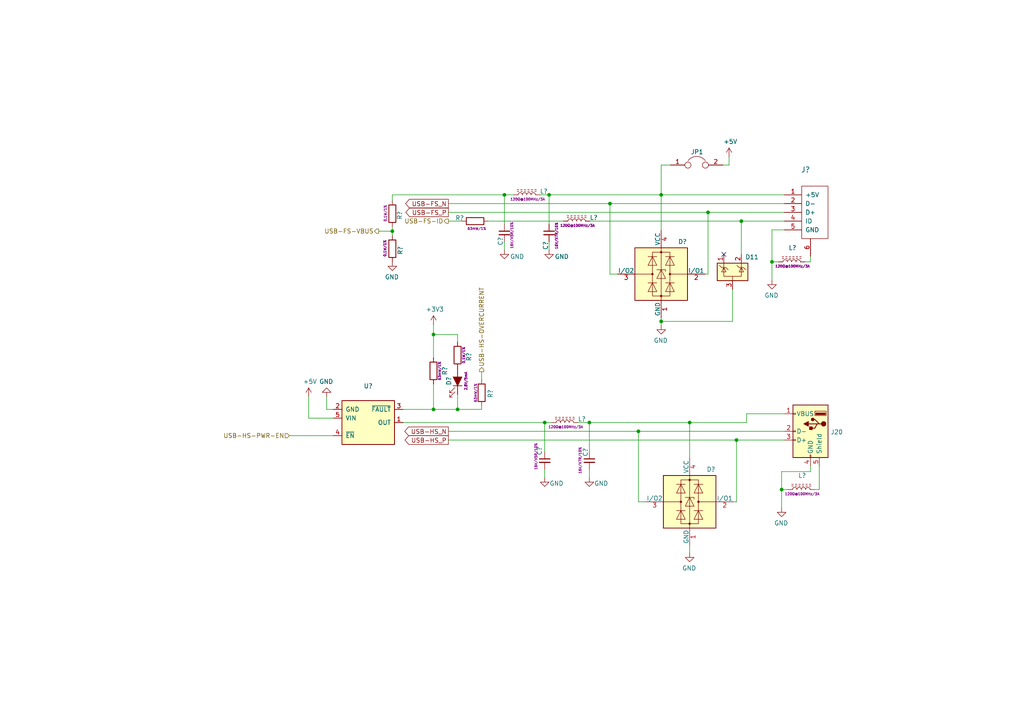
<source format=kicad_sch>
(kicad_sch (version 20211123) (generator eeschema)
  (paper "A4")
  (title_block (title "Buddy") (date "2019-10-24") (rev "v1.0.0") (company "PRUSA Research s.r.o.") (comment 1 "http://creativecommons.org/licenses/by-sa/4.0/") (comment 2 "Licensed under the Attribution-ShareAlike 4.0 International (CC BY-SA 4.0)"))
  (lib_symbols
    (symbol "BUDDY_v1.0.0-rescue:+3.3V-power" (power) (pin_names (offset 0))
      (property "Value" "+3.3V-power" (at 0 3.556 0))
      (symbol "+3.3V-power_0_1"
        (polyline (pts (xy -0.762 1.27) (xy 0 2.54)))
        (polyline (pts (xy 0 0) (xy 0 2.54)))
        (polyline (pts (xy 0 2.54) (xy 0.762 1.27)))
      )
      (symbol "+3.3V-power_1_1"
        (pin power_in line (at 0 0 90) (length 0) hide (name "+3V3") (number "1"))
      )
    )
    (symbol "BUDDY_v1.0.0-rescue:Jumper-Device" (pin_names (offset 0.762) hide)
      (property "Reference" "JP" (at 0 3.81 0))
      (property "Value" "Jumper-Device" (at 0 -2.032 0))
      (symbol "Jumper-Device_0_1"
        (circle (center -2.54 0) (radius 0.889))
        (arc (start 2.5146 1.27) (mid 0.0078 2.5097) (end -2.4892 1.27))
        (circle (center 2.54 0) (radius 0.889))
        (pin passive line (at -7.62 0 0) (length 4.191) (name "1") (number "1"))
        (pin passive line (at 7.62 0 180) (length 4.191) (name "2") (number "2"))
      )
    )
    (symbol "BUDDY_v1.0.0-rescue:LED_ALT-Device" (pin_numbers hide) (pin_names (offset 1.016) hide)
      (property "Reference" "D" (at 0 2.54 0))
      (property "Value" "LED_ALT-Device" (at 0 -2.54 0))
      (symbol "LED_ALT-Device_0_1"
        (polyline (pts (xy -1.27 -1.27) (xy -1.27 1.27)) (stroke (width 0.2032)))
        (polyline (pts (xy -1.27 0) (xy 1.27 0)))
        (polyline (pts (xy 1.27 -1.27) (xy 1.27 1.27) (xy -1.27 0) (xy 1.27 -1.27)) (stroke (width 0.2032)) (fill (type outline)))
        (polyline (pts (xy -3.048 -0.762) (xy -4.572 -2.286) (xy -3.81 -2.286) (xy -4.572 -2.286) (xy -4.572 -1.524)))
        (polyline (pts (xy -1.778 -0.762) (xy -3.302 -2.286) (xy -2.54 -2.286) (xy -3.302 -2.286) (xy -3.302 -1.524)))
      )
      (symbol "LED_ALT-Device_1_1"
        (pin passive line (at -3.81 0 0) (length 2.54) (name "K") (number "1"))
        (pin passive line (at 3.81 0 180) (length 2.54) (name "A") (number "2"))
      )
    )
    (symbol "BUDDY_v1.0.0-rescue:L_Core_Ferrite-Device" (pin_numbers hide) (pin_names (offset 1.016) hide)
      (property "Reference" "L" (at -1.27 0 90))
      (property "Value" "L_Core_Ferrite-Device" (at 2.794 0 90))
      (symbol "L_Core_Ferrite-Device_0_1"
        (arc (start 0 -2.54) (mid 0.635 -1.905) (end 0 -1.27))
        (arc (start 0 -1.27) (mid 0.635 -0.635) (end 0 0))
        (polyline (pts (xy 1.016 -2.794) (xy 1.016 -2.286)))
        (polyline (pts (xy 1.016 -1.778) (xy 1.016 -1.27)))
        (polyline (pts (xy 1.016 -0.762) (xy 1.016 -0.254)))
        (polyline (pts (xy 1.016 0.254) (xy 1.016 0.762)))
        (polyline (pts (xy 1.016 1.27) (xy 1.016 1.778)))
        (polyline (pts (xy 1.016 2.286) (xy 1.016 2.794)))
        (polyline (pts (xy 1.524 -2.286) (xy 1.524 -2.794)))
        (polyline (pts (xy 1.524 -1.27) (xy 1.524 -1.778)))
        (polyline (pts (xy 1.524 -0.254) (xy 1.524 -0.762)))
        (polyline (pts (xy 1.524 0.762) (xy 1.524 0.254)))
        (polyline (pts (xy 1.524 1.778) (xy 1.524 1.27)))
        (polyline (pts (xy 1.524 2.794) (xy 1.524 2.286)))
        (arc (start 0 0) (mid 0.635 0.635) (end 0 1.27))
        (arc (start 0 1.27) (mid 0.635 1.905) (end 0 2.54))
      )
      (symbol "L_Core_Ferrite-Device_1_1"
        (pin passive line (at 0 3.81 270) (length 1.27) (name "1") (number "1"))
        (pin passive line (at 0 -3.81 90) (length 1.27) (name "2") (number "2"))
      )
    )
    (symbol "BUDDY_v1.0.0-rescue:PRTR5V0U2X-Power_Protection" (pin_names (offset 0))
      (property "Reference" "D" (at 2.794 8.636 0))
      (property "Value" "PRTR5V0U2X-Power_Protection" (at 8.128 -9.398 0))
      (symbol "PRTR5V0U2X-Power_Protection_0_1"
        (rectangle (start -7.62 -7.62) (end 7.62 7.62) (stroke (width 0.254)) (fill (type background)))
        (circle (center -2.54 0) (radius 0.254) (fill (type outline)))
        (circle (center 0 -6.35) (radius 0.254) (fill (type outline)))
        (polyline (pts (xy -2.54 -2.54) (xy -2.54 5.08)))
        (polyline (pts (xy -2.54 0) (xy -7.62 0)))
        (polyline (pts (xy -1.27 -2.54) (xy -3.81 -2.54)))
        (polyline (pts (xy -1.27 5.08) (xy -3.81 5.08)))
        (polyline (pts (xy 0 -7.62) (xy 0 -6.35)))
        (polyline (pts (xy 0 -6.35) (xy 0 1.27)))
        (polyline (pts (xy 0 1.27) (xy 0 6.35)))
        (polyline (pts (xy 0 6.35) (xy 0 7.62)))
        (polyline (pts (xy 1.27 -2.54) (xy 3.81 -2.54)))
        (polyline (pts (xy 1.27 5.08) (xy 3.81 5.08)))
        (polyline (pts (xy 2.54 -2.54) (xy 2.54 5.08)))
        (polyline (pts (xy 2.54 0) (xy 7.62 0)))
        (polyline (pts (xy 0 -6.35) (xy -2.54 -6.35) (xy -2.54 -2.54)))
        (polyline (pts (xy 1.27 1.27) (xy -1.27 1.27) (xy -1.27 0.762)))
        (polyline (pts (xy 2.54 -2.54) (xy 2.54 -6.35) (xy 0 -6.35)))
        (polyline (pts (xy -3.81 -5.08) (xy -1.27 -5.08) (xy -2.54 -2.54) (xy -3.81 -5.08)))
        (polyline (pts (xy -3.81 2.54) (xy -1.27 2.54) (xy -2.54 5.08) (xy -3.81 2.54)))
        (polyline (pts (xy -2.54 5.08) (xy -2.54 6.35) (xy 2.54 6.35) (xy 2.54 5.08)))
        (polyline (pts (xy -1.27 -1.27) (xy 1.27 -1.27) (xy 0 1.27) (xy -1.27 -1.27)))
        (polyline (pts (xy 3.81 -5.08) (xy 1.27 -5.08) (xy 2.54 -2.54) (xy 3.81 -5.08)))
        (polyline (pts (xy 3.81 2.54) (xy 1.27 2.54) (xy 2.54 5.08) (xy 3.81 2.54)))
        (circle (center 0 6.35) (radius 0.254) (fill (type outline)))
        (circle (center 2.54 0) (radius 0.254) (fill (type outline)))
      )
      (symbol "PRTR5V0U2X-Power_Protection_1_1"
        (pin power_in line (at 0 -12.7 90) (length 5.08) (name "GND") (number "1"))
        (pin passive line (at -12.7 0 0) (length 5.08) (name "I/O1") (number "2"))
        (pin passive line (at 12.7 0 180) (length 5.08) (name "I/O2") (number "3"))
        (pin power_in line (at 0 12.7 270) (length 5.08) (name "VCC") (number "4"))
      )
    )
    (symbol "BUDDY_v1.0.0-rescue:SP0502BAHT-Power_Protection" (pin_names (offset 1.016) hide)
      (property "Reference" "D" (at 5.715 2.54 0))
      (property "Value" "SP0502BAHT-Power_Protection" (at 5.715 0.635 0))
      (symbol "SP0502BAHT-Power_Protection_0_0"
        (pin input line (at 0 -5.08 90) (length 2.54) (name "A") (number "3"))
      )
      (symbol "SP0502BAHT-Power_Protection_0_1"
        (rectangle (start -4.445 2.54) (end 4.445 -2.54) (stroke (width 0.254)) (fill (type background)))
        (polyline (pts (xy -2.54 2.54) (xy -2.54 1.27)))
        (polyline (pts (xy 0 -1.27) (xy 0 -2.54)))
        (polyline (pts (xy 2.54 2.54) (xy 2.54 1.27)))
        (polyline (pts (xy -3.81 1.905) (xy -3.175 1.27) (xy -1.905 1.27) (xy -1.27 0.635)))
        (polyline (pts (xy -2.54 1.27) (xy -2.54 -1.27) (xy 2.54 -1.27) (xy 2.54 1.27)))
        (polyline (pts (xy -2.54 1.27) (xy -1.905 0) (xy -3.175 0) (xy -2.54 1.27)))
        (polyline (pts (xy 1.27 1.905) (xy 1.905 1.27) (xy 3.175 1.27) (xy 3.81 0.635)))
        (polyline (pts (xy 2.54 1.27) (xy 1.905 0) (xy 3.175 0) (xy 2.54 1.27)))
      )
      (symbol "SP0502BAHT-Power_Protection_1_1"
        (pin input line (at -2.54 5.08 270) (length 2.54) (name "K") (number "1"))
        (pin input line (at 2.54 5.08 270) (length 2.54) (name "K") (number "2"))
      )
    )
    (symbol "BUDDY_v1.0.0-rescue:STMPS2141STR-Power_Management" (pin_names (offset 1.016))
      (property "Reference" "U" (at -7.62 11.43 0))
      (property "Value" "STMPS2141STR-Power_Management" (at 7.62 8.89 0))
      (symbol "STMPS2141STR-Power_Management_0_1"
        (rectangle (start -7.62 7.62) (end 7.62 -5.08) (stroke (width 0.254)) (fill (type background)))
      )
      (symbol "STMPS2141STR-Power_Management_1_1"
        (pin power_out line (at 10.16 1.27 180) (length 2.54) (name "OUT") (number "1"))
        (pin power_in line (at -10.16 5.08 0) (length 2.54) (name "GND") (number "2"))
        (pin power_out line (at 10.16 5.08 180) (length 2.54) (name "~{FAULT}") (number "3"))
        (pin input line (at -10.16 -2.54 0) (length 2.54) (name "~{EN}") (number "4"))
        (pin power_in line (at -10.16 2.54 0) (length 2.54) (name "VIN") (number "5"))
      )
    )
    (symbol "BUDDY_v1.0.0-rescue:USB-micro-Connector" (pin_names (offset 1.016))
      (property "Reference" "J" (at 1.27 -8.89 0))
      (property "Value" "USB-micro-Connector" (at -1.27 8.89 0))
      (symbol "USB-micro-Connector_0_1"
        (rectangle (start 0 7.62) (end -7.62 -7.62))
      )
      (symbol "USB-micro-Connector_1_1"
        (pin input line (at 5.08 5.08 180) (length 5.08) (name "+5V") (number "1"))
        (pin input line (at 5.08 2.54 180) (length 5.08) (name "D-") (number "2"))
        (pin input line (at 5.08 0 180) (length 5.08) (name "D+") (number "3"))
        (pin input line (at 5.08 -2.54 180) (length 5.08) (name "ID") (number "4"))
        (pin input line (at 5.08 -5.08 180) (length 5.08) (name "GND") (number "5"))
        (pin input line (at -2.54 -12.7 90) (length 5.08) (name "~") (number "6"))
      )
    )
    (symbol "BUDDY_v1.0.0-rescue:USB_A-Connector" (pin_names (offset 1.016))
      (property "Reference" "J" (at -5.08 11.43 0))
      (property "Value" "USB_A-Connector" (at -5.08 8.89 0))
      (symbol "USB_A-Connector_0_1"
        (rectangle (start -5.08 -7.62) (end 5.08 7.62) (stroke (width 0.254)) (fill (type background)))
        (circle (center -3.81 2.159) (radius 0.635) (stroke (width 0.254)) (fill (type outline)))
        (rectangle (start -1.524 4.826) (end -4.318 5.334) (fill (type outline)))
        (rectangle (start -1.27 4.572) (end -4.572 5.842))
        (circle (center -0.635 3.429) (radius 0.381) (stroke (width 0.254)) (fill (type outline)))
        (rectangle (start -0.127 -7.62) (end 0.127 -6.858))
        (polyline (pts (xy -3.175 2.159) (xy -2.54 2.159) (xy -1.27 3.429) (xy -0.635 3.429)) (stroke (width 0.254)))
        (polyline (pts (xy -2.54 2.159) (xy -1.905 2.159) (xy -1.27 0.889) (xy 0 0.889)) (stroke (width 0.254)))
        (polyline (pts (xy 0.635 2.794) (xy 0.635 1.524) (xy 1.905 2.159) (xy 0.635 2.794)) (stroke (width 0.254)) (fill (type outline)))
        (rectangle (start 0.254 1.27) (end -0.508 0.508) (stroke (width 0.254)) (fill (type outline)))
        (rectangle (start 5.08 -2.667) (end 4.318 -2.413))
        (rectangle (start 5.08 -0.127) (end 4.318 0.127))
        (rectangle (start 5.08 4.953) (end 4.318 5.207))
      )
      (symbol "USB_A-Connector_1_1"
        (polyline (pts (xy -1.905 2.159) (xy 0.635 2.159)) (stroke (width 0.254)))
        (pin power_in line (at 7.62 5.08 180) (length 2.54) (name "VBUS") (number "1"))
        (pin passive line (at 7.62 0 180) (length 2.54) (name "D-") (number "2"))
        (pin passive line (at 7.62 -2.54 180) (length 2.54) (name "D+") (number "3"))
        (pin power_in line (at 0 -10.16 90) (length 2.54) (name "GND") (number "4"))
        (pin passive line (at -2.54 -10.16 90) (length 2.54) (name "Shield") (number "5"))
      )
    )
    (symbol "Device:C_Small" (pin_numbers hide) (pin_names (offset 0.254) hide)
      (property "Reference" "C" (at 0.254 1.778 0))
      (property "Value" "C_Small" (at 0.254 -2.032 0))
      (symbol "C_Small_0_1"
        (polyline (pts (xy -1.524 -0.508) (xy 1.524 -0.508)) (stroke (width 0.3302)))
        (polyline (pts (xy -1.524 0.508) (xy 1.524 0.508)) (stroke (width 0.3048)))
      )
      (symbol "C_Small_1_1"
        (pin passive line (at 0 2.54 270) (length 2.032) (name "~") (number "1"))
        (pin passive line (at 0 -2.54 90) (length 2.032) (name "~") (number "2"))
      )
    )
    (symbol "Device:R" (pin_numbers hide) (pin_names (offset 0))
      (property "Reference" "R" (at 2.032 0 90))
      (property "Value" "R" (at 0 0 90))
      (symbol "R_0_1"
        (rectangle (start -1.016 -2.54) (end 1.016 2.54) (stroke (width 0.254)))
      )
      (symbol "R_1_1"
        (pin passive line (at 0 3.81 270) (length 1.27) (name "~") (number "1"))
        (pin passive line (at 0 -3.81 90) (length 1.27) (name "~") (number "2"))
      )
    )
    (symbol "power:+5V" (power) (pin_names (offset 0))
      (property "Value" "+5V" (at 0 3.556 0))
      (symbol "+5V_0_1"
        (polyline (pts (xy -0.762 1.27) (xy 0 2.54)))
        (polyline (pts (xy 0 0) (xy 0 2.54)))
        (polyline (pts (xy 0 2.54) (xy 0.762 1.27)))
      )
      (symbol "+5V_1_1"
        (pin power_in line (at 0 0 90) (length 0) hide (name "+5V") (number "1"))
      )
    )
    (symbol "power:GND" (power) (pin_names (offset 0))
      (property "Value" "GND" (at 0 -3.81 0))
      (symbol "GND_0_1"
        (polyline (pts (xy 0 0) (xy 0 -1.27) (xy 1.27 -1.27) (xy 0 -2.54) (xy -1.27 -1.27) (xy 0 -1.27)))
      )
      (symbol "GND_1_1"
        (pin power_in line (at 0 0 270) (length 0) hide (name "GND") (number "1"))
      )
    )
  )
  (junction (at 132.715 118.745))
  (junction (at 185.166 125.095))
  (junction (at 191.77 56.515))
  (junction (at 223.901 75.946))
  (junction (at 200.025 122.555))
  (junction (at 125.73 118.745))
  (junction (at 170.942 122.555))
  (junction (at 113.792 67.056))
  (junction (at 215.011 64.135))
  (junction (at 226.695 141.986))
  (junction (at 125.73 97.028))
  (junction (at 146.304 56.515))
  (junction (at 205.359 61.595))
  (junction (at 157.988 122.555))
  (junction (at 176.911 59.055))
  (junction (at 213.614 127.635))
  (junction (at 159.258 56.515))
  (junction (at 191.77 93.218))
  (no_connect (at 209.931 73.787))
  (wire (pts (xy 191.77 66.802) (xy 191.77 56.515)))
  (wire (pts (xy 227.457 120.015) (xy 216.535 120.015)))
  (wire (pts (xy 157.988 122.555) (xy 157.988 131.064)))
  (wire (pts (xy 113.792 58.166) (xy 113.792 56.515)))
  (wire (pts (xy 132.715 97.028) (xy 132.715 99.187)))
  (wire (pts (xy 170.942 122.555) (xy 200.025 122.555)))
  (wire (pts (xy 130.048 59.055) (xy 176.911 59.055)))
  (wire (pts (xy 159.258 65.024) (xy 159.258 56.515)))
  (wire (pts (xy 223.901 75.946) (xy 223.901 81.28)))
  (wire (pts (xy 141.605 64.135) (xy 163.449 64.135)))
  (wire (pts (xy 211.455 47.879) (xy 211.455 45.466)))
  (wire (pts (xy 159.258 72.517) (xy 159.258 70.104)))
  (wire (pts (xy 226.695 136.779) (xy 226.695 141.986)))
  (wire (pts (xy 237.617 135.255) (xy 237.617 141.986)))
  (wire (pts (xy 216.535 120.015) (xy 216.535 122.555)))
  (wire (pts (xy 187.325 145.542) (xy 185.166 145.542)))
  (wire (pts (xy 185.166 125.095) (xy 227.457 125.095)))
  (wire (pts (xy 132.715 118.745) (xy 132.715 114.427)))
  (wire (pts (xy 146.304 72.517) (xy 146.304 70.104)))
  (wire (pts (xy 235.077 75.946) (xy 235.077 74.295)))
  (wire (pts (xy 205.359 61.595) (xy 227.457 61.595)))
  (wire (pts (xy 157.988 122.555) (xy 160.02 122.555)))
  (wire (pts (xy 156.591 56.515) (xy 159.258 56.515)))
  (wire (pts (xy 96.647 126.365) (xy 83.947 126.365)))
  (wire (pts (xy 233.426 75.946) (xy 235.077 75.946)))
  (wire (pts (xy 146.304 56.515) (xy 146.304 65.024)))
  (wire (pts (xy 191.77 56.515) (xy 191.77 47.879)))
  (wire (pts (xy 209.677 47.879) (xy 211.455 47.879)))
  (wire (pts (xy 223.901 66.675) (xy 227.457 66.675)))
  (wire (pts (xy 191.77 94.361) (xy 191.77 93.218)))
  (wire (pts (xy 130.048 127.635) (xy 213.614 127.635)))
  (wire (pts (xy 130.048 64.135) (xy 133.985 64.135)))
  (wire (pts (xy 157.988 138.557) (xy 157.988 136.144)))
  (wire (pts (xy 185.166 145.542) (xy 185.166 125.095)))
  (wire (pts (xy 170.942 138.557) (xy 170.942 136.144)))
  (wire (pts (xy 125.73 97.028) (xy 125.73 94.107)))
  (wire (pts (xy 237.617 141.986) (xy 236.22 141.986)))
  (wire (pts (xy 159.258 56.515) (xy 191.77 56.515)))
  (wire (pts (xy 113.792 67.056) (xy 113.792 65.786)))
  (wire (pts (xy 125.73 97.028) (xy 132.715 97.028)))
  (wire (pts (xy 176.911 59.055) (xy 227.457 59.055)))
  (wire (pts (xy 113.792 68.326) (xy 113.792 67.056)))
  (wire (pts (xy 235.077 135.255) (xy 235.077 136.779)))
  (wire (pts (xy 226.695 141.986) (xy 226.695 147.32)))
  (wire (pts (xy 225.806 75.946) (xy 223.901 75.946)))
  (wire (pts (xy 215.011 73.787) (xy 215.011 64.135)))
  (wire (pts (xy 170.942 131.064) (xy 170.942 122.555)))
  (wire (pts (xy 212.725 145.542) (xy 213.614 145.542)))
  (wire (pts (xy 191.77 93.218) (xy 191.77 92.202)))
  (wire (pts (xy 179.07 79.502) (xy 176.911 79.502)))
  (wire (pts (xy 94.742 118.745) (xy 94.742 115.062)))
  (wire (pts (xy 89.535 121.285) (xy 89.535 115.062)))
  (wire (pts (xy 125.73 97.028) (xy 125.73 103.759)))
  (wire (pts (xy 125.73 111.379) (xy 125.73 118.745)))
  (wire (pts (xy 191.77 93.218) (xy 212.471 93.218)))
  (wire (pts (xy 167.64 122.555) (xy 170.942 122.555)))
  (wire (pts (xy 215.011 64.135) (xy 227.457 64.135)))
  (wire (pts (xy 223.901 66.675) (xy 223.901 75.946)))
  (wire (pts (xy 96.647 121.285) (xy 89.535 121.285)))
  (wire (pts (xy 200.025 122.555) (xy 216.535 122.555)))
  (wire (pts (xy 212.471 93.218) (xy 212.471 83.947)))
  (wire (pts (xy 171.069 64.135) (xy 215.011 64.135)))
  (wire (pts (xy 116.967 122.555) (xy 157.988 122.555)))
  (wire (pts (xy 213.614 145.542) (xy 213.614 127.635)))
  (wire (pts (xy 204.47 79.502) (xy 205.359 79.502)))
  (wire (pts (xy 191.77 56.515) (xy 227.457 56.515)))
  (wire (pts (xy 113.792 56.515) (xy 146.304 56.515)))
  (wire (pts (xy 235.077 136.779) (xy 226.695 136.779)))
  (wire (pts (xy 139.7 118.745) (xy 139.7 117.729)))
  (wire (pts (xy 205.359 79.502) (xy 205.359 61.595)))
  (wire (pts (xy 130.048 61.595) (xy 205.359 61.595)))
  (wire (pts (xy 139.7 110.109) (xy 139.7 107.823)))
  (wire (pts (xy 146.304 56.515) (xy 148.971 56.515)))
  (wire (pts (xy 228.6 141.986) (xy 226.695 141.986)))
  (wire (pts (xy 191.77 47.879) (xy 194.437 47.879)))
  (wire (pts (xy 200.025 158.242) (xy 200.025 160.401)))
  (wire (pts (xy 116.967 118.745) (xy 125.73 118.745)))
  (wire (pts (xy 113.792 67.056) (xy 109.855 67.056)))
  (wire (pts (xy 96.647 118.745) (xy 94.742 118.745)))
  (wire (pts (xy 200.025 132.842) (xy 200.025 122.555)))
  (wire (pts (xy 125.73 118.745) (xy 132.715 118.745)))
  (wire (pts (xy 132.715 118.745) (xy 139.7 118.745)))
  (wire (pts (xy 130.048 125.095) (xy 185.166 125.095)))
  (wire (pts (xy 176.911 79.502) (xy 176.911 59.055)))
  (wire (pts (xy 213.614 127.635) (xy 227.457 127.635)))
  (global_label "USB-HS_P" (shape output) (at 130.048 127.635 180) (property "Intersheet References" "${INTERSHEET_REFS}" (effects hide)))
  (global_label "USB-HS_N" (shape output) (at 130.048 125.095 180) (property "Intersheet References" "${INTERSHEET_REFS}" (effects hide)))
  (global_label "USB-FS_N" (shape output) (at 130.048 59.055 180) (property "Intersheet References" "${INTERSHEET_REFS}" (effects hide)))
  (global_label "USB-FS_P" (shape output) (at 130.048 61.595 180) (property "Intersheet References" "${INTERSHEET_REFS}" (effects hide)))
  (hierarchical_label "USB-HS-OVERCURRENT" (shape output) (at 139.7 107.823 90))
  (hierarchical_label "USB-HS-PWR-EN" (shape input) (at 83.947 126.365 180))
  (hierarchical_label "USB-FS-VBUS" (shape output) (at 109.855 67.056 180))
  (hierarchical_label "USB-FS-ID" (shape output) (at 130.048 64.135 180))
  (symbol (lib_id "BUDDY_v1.0.0-rescue:L_Core_Ferrite-Device") (at 229.616 75.946 90) (unit 1)
    (property "Reference" "L?" (at 229.87 71.882 90))
    (property "req" "120Ω@100MHz/3A" (at 229.87 77.216 90) (effects (font (size 0.7112 0.7112))))
  )
  (symbol (lib_id "BUDDY_v1.0.0-rescue:SP0502BAHT-Power_Protection") (at 212.471 78.867 0) (unit 1)
    (property "Reference" "D11" (at 216.154 74.549 0) (effects (justify left)))
  )
  (symbol (lib_id "Device:R") (at 113.792 72.136 0) (unit 1)
    (property "Reference" "R?" (at 116.078 73.914 90) (effects (justify left)))
    (property "req" "0,1W/1%" (at 111.633 72.009 90) (effects (font (size 0.7112 0.7112))))
  )
  (symbol (lib_id "Device:R") (at 113.792 61.976 0) (unit 1)
    (property "Reference" "R?" (at 115.951 63.754 90) (effects (justify left)))
    (property "req" "0,1W/1%" (at 111.76 61.849 90) (effects (font (size 0.7112 0.7112))))
  )
  (symbol (lib_id "power:GND") (at 113.792 75.946 0) (mirror y) (unit 1)
    (property "Reference" "#PWR?" (effects hide))
  )
  (symbol (lib_id "BUDDY_v1.0.0-rescue:USB-micro-Connector") (at 232.537 61.595 0) (mirror y) (unit 1)
    (property "Reference" "J?" (at 233.6546 49.2252 0) (effects (font (size 1.524 1.524))))
  )
  (symbol (lib_id "power:GND") (at 223.901 81.28 0) (mirror y) (unit 1)
    (property "Reference" "#PWR?" (effects hide))
  )
  (symbol (lib_id "BUDDY_v1.0.0-rescue:PRTR5V0U2X-Power_Protection") (at 191.77 79.502 0) (mirror y) (unit 1)
    (property "Reference" "D?" (at 199.263 70.104 0) (effects (justify left)))
  )
  (symbol (lib_id "power:GND") (at 191.77 94.361 0) (mirror y) (unit 1)
    (property "Reference" "#PWR?" (effects hide))
  )
  (symbol (lib_id "Device:C_Small") (at 146.304 67.564 0) (unit 1)
    (property "Reference" "C?" (at 145.161 71.247 90) (effects (justify left)))
    (property "req" "16V/X5R/10%" (at 148.463 72.136 90) (effects (font (size 0.7112 0.7112)) (justify left)))
  )
  (symbol (lib_id "power:GND") (at 146.304 72.517 0) (mirror y) (unit 1)
    (property "Reference" "#PWR?" (effects hide))
  )
  (symbol (lib_id "power:GND") (at 226.695 147.32 0) (mirror y) (unit 1)
    (property "Reference" "#PWR?" (effects hide))
  )
  (symbol (lib_id "BUDDY_v1.0.0-rescue:PRTR5V0U2X-Power_Protection") (at 200.025 145.542 0) (mirror y) (unit 1)
    (property "Reference" "D?" (at 207.518 136.144 0) (effects (justify left)))
  )
  (symbol (lib_id "power:GND") (at 200.025 160.401 0) (mirror y) (unit 1)
    (property "Reference" "#PWR?" (effects hide))
  )
  (symbol (lib_id "BUDDY_v1.0.0-rescue:STMPS2141STR-Power_Management") (at 106.807 123.825 0) (unit 1)
    (property "Reference" "U?" (at 106.807 111.9632 0))
  )
  (symbol (lib_id "Device:C_Small") (at 157.988 133.604 0) (unit 1)
    (property "Reference" "C?" (at 156.464 132.08 90) (effects (justify left)))
    (property "req" "16V/X5R/10%" (at 155.448 136.271 90) (effects (font (size 0.7112 0.7112)) (justify left)))
  )
  (symbol (lib_id "power:GND") (at 157.988 138.557 0) (mirror y) (unit 1)
    (property "Reference" "#PWR?" (effects hide))
  )
  (symbol (lib_id "BUDDY_v1.0.0-rescue:LED_ALT-Device") (at 132.715 110.617 270) (mirror x) (unit 1)
    (property "Reference" "D?" (at 130.175 110.49 0))
    (property "req" "2,8V/5mA" (at 135.128 110.49 0) (effects (font (size 0.7112 0.7112))))
  )
  (symbol (lib_id "Device:R") (at 125.73 107.569 0) (unit 1)
    (property "Reference" "R?" (at 129.032 108.839 90) (effects (justify left)))
    (property "req" "63mW/1%" (at 127.508 107.569 90) (effects (font (size 0.7112 0.7112))))
  )
  (symbol (lib_id "Device:R") (at 132.715 102.997 0) (unit 1)
    (property "Reference" "R?" (at 136.017 104.775 90) (effects (justify left)))
    (property "req" "0,1W/1%" (at 134.493 102.997 90) (effects (font (size 0.7112 0.7112))))
  )
  (symbol (lib_id "Device:R") (at 139.7 113.919 180) (unit 1)
    (property "Reference" "R?" (at 142.24 112.903 90) (effects (justify left)))
    (property "req" "63mW/1%" (at 137.922 113.919 90) (effects (font (size 0.7112 0.7112))))
  )
  (symbol (lib_id "BUDDY_v1.0.0-rescue:+3.3V-power") (at 125.73 94.107 0) (unit 1)
    (property "Reference" "#PWR?" (effects hide))
  )
  (symbol (lib_id "power:GND") (at 94.742 115.062 180) (unit 1)
    (property "Reference" "#PWR?" (effects hide))
  )
  (symbol (lib_id "power:+5V") (at 89.535 115.062 0) (unit 1)
    (property "Reference" "#PWR?" (effects hide))
  )
  (symbol (lib_id "BUDDY_v1.0.0-rescue:L_Core_Ferrite-Device") (at 163.83 122.555 90) (unit 1)
    (property "Reference" "L?" (at 168.783 121.539 90))
    (property "req" "120Ω@100MHz/3A" (at 164.084 123.825 90) (effects (font (size 0.7112 0.7112))))
  )
  (symbol (lib_id "BUDDY_v1.0.0-rescue:L_Core_Ferrite-Device") (at 232.41 141.986 90) (unit 1)
    (property "Reference" "L?" (at 232.664 137.922 90))
    (property "req" "120Ω@100MHz/3A" (at 232.664 143.256 90) (effects (font (size 0.7112 0.7112))))
  )
  (symbol (lib_id "BUDDY_v1.0.0-rescue:USB_A-Connector") (at 235.077 125.095 0) (mirror y) (unit 1)
    (property "Reference" "J20" (at 240.8936 125.3236 0) (effects (justify right)))
  )
  (symbol (lib_id "Device:R") (at 137.795 64.135 90) (unit 1)
    (property "Reference" "R?" (at 134.62 63.246 90) (effects (justify left)))
    (property "req" "63mW/1%" (at 138.303 66.294 90) (effects (font (size 0.7112 0.7112))))
  )
  (symbol (lib_id "BUDDY_v1.0.0-rescue:L_Core_Ferrite-Device") (at 167.259 64.135 90) (unit 1)
    (property "Reference" "L?" (at 172.212 63.119 90))
    (property "req" "120Ω@100MHz/3A" (at 167.513 65.405 90) (effects (font (size 0.7112 0.7112))))
  )
  (symbol (lib_id "Device:C_Small") (at 159.258 67.564 0) (unit 1)
    (property "Reference" "C?" (at 158.242 72.517 90) (effects (justify left)))
    (property "req" "16V/X7R/10%" (at 161.417 72.263 90) (effects (font (size 0.7112 0.7112)) (justify left)))
  )
  (symbol (lib_id "Device:C_Small") (at 170.942 133.604 0) (unit 1)
    (property "Reference" "C?" (at 169.799 132.461 90) (effects (justify left)))
    (property "req" "16V/X7R/10%" (at 168.275 137.414 90) (effects (font (size 0.7112 0.7112)) (justify left)))
  )
  (symbol (lib_id "power:GND") (at 170.942 138.557 0) (mirror y) (unit 1)
    (property "Reference" "#PWR?" (effects hide))
  )
  (symbol (lib_id "power:GND") (at 159.258 72.517 0) (mirror y) (unit 1)
    (property "Reference" "#PWR?" (effects hide))
  )
  (symbol (lib_id "BUDDY_v1.0.0-rescue:L_Core_Ferrite-Device") (at 152.781 56.515 90) (unit 1)
    (property "Reference" "L?" (at 157.734 55.499 90))
    (property "req" "120Ω@100MHz/3A" (at 153.035 57.785 90) (effects (font (size 0.7112 0.7112))))
  )
  (symbol (lib_id "BUDDY_v1.0.0-rescue:Jumper-Device") (at 202.057 47.879 0) (unit 1)
    (property "Reference" "JP1" (at 202.184 44.069 0))
  )
  (symbol (lib_id "power:+5V") (at 211.455 45.466 0) (unit 1)
    (property "Reference" "#PWR?" (effects hide))
  )
)
</source>
